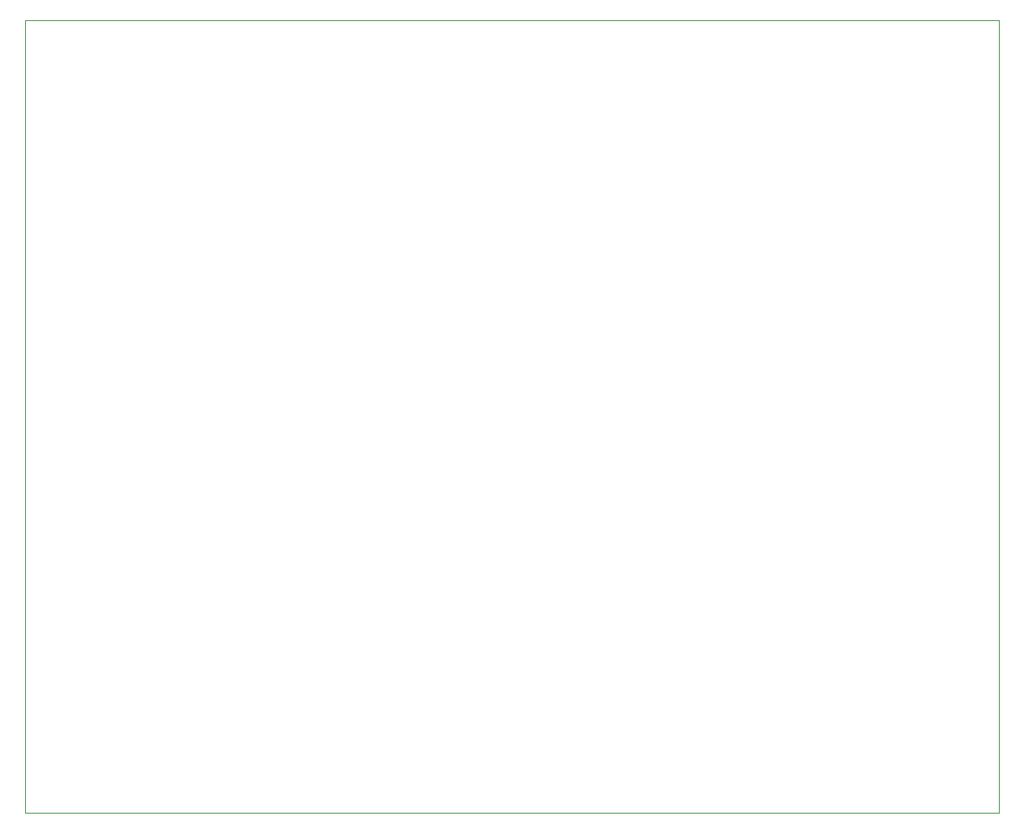
<source format=gbr>
G04 #@! TF.FileFunction,Profile,NP*
%FSLAX46Y46*%
G04 Gerber Fmt 4.6, Leading zero omitted, Abs format (unit mm)*
G04 Created by KiCad (PCBNEW (2016-05-27 BZR 6836, Git 4441a4b)-product) date 09/13/16 14:24:09*
%MOMM*%
%LPD*%
G01*
G04 APERTURE LIST*
%ADD10C,0.100000*%
G04 APERTURE END LIST*
D10*
X194456000Y-144776000D02*
X92456000Y-144776000D01*
X194456000Y-61776000D02*
X194456000Y-144776000D01*
X92456000Y-61776000D02*
X194456000Y-61776000D01*
X92456000Y-144776000D02*
X92456000Y-61776000D01*
M02*

</source>
